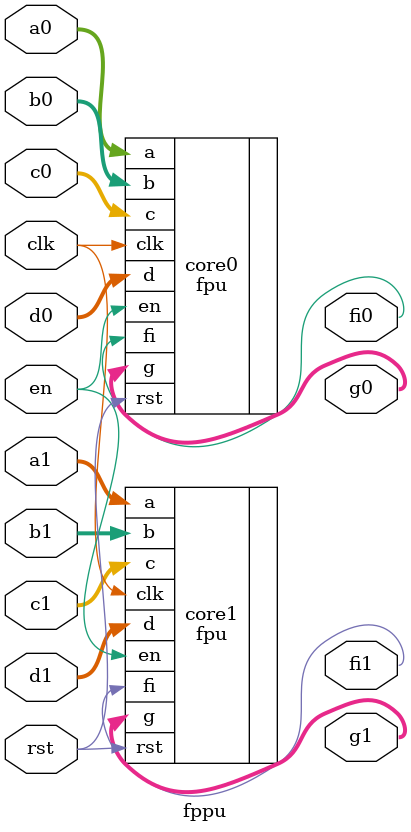
<source format=v>
module fppu (input             clk,
	     input             rst,
	     input             en , 
	     input      [31:0] a0 ,
	     input      [31:0] b0 ,
             input      [31:0] c0 ,
     	     input      [31:0] d0 ,
             input      [31:0] a1 ,
             input      [31:0] b1 ,
             input      [31:0] c1 ,
             input      [31:0] d1 ,
             output     [31:0] g0 ,
             output     [31:0] g1 ,
     	     output            fi0,
     	     output            fi1);

fpu core0   (.clk(clk ), 
             .rst(rst ),
             .en (en  ),
             .fi (fi0 ),
	     .a  (a0  ), 
	     .b  (b0  ), 
	     .c  (c0  ), 
	     .d  (d0  ), 
	     .g  (g0  ));

fpu core1   (.clk(clk ), 
             .rst(rst ),
             .en (en  ),
             .fi (fi1 ),
	     .a  (a1  ), 
	     .b  (b1  ), 
	     .c  (c1  ), 
	     .d  (d1  ), 
	     .g  (g1  ));

endmodule

</source>
